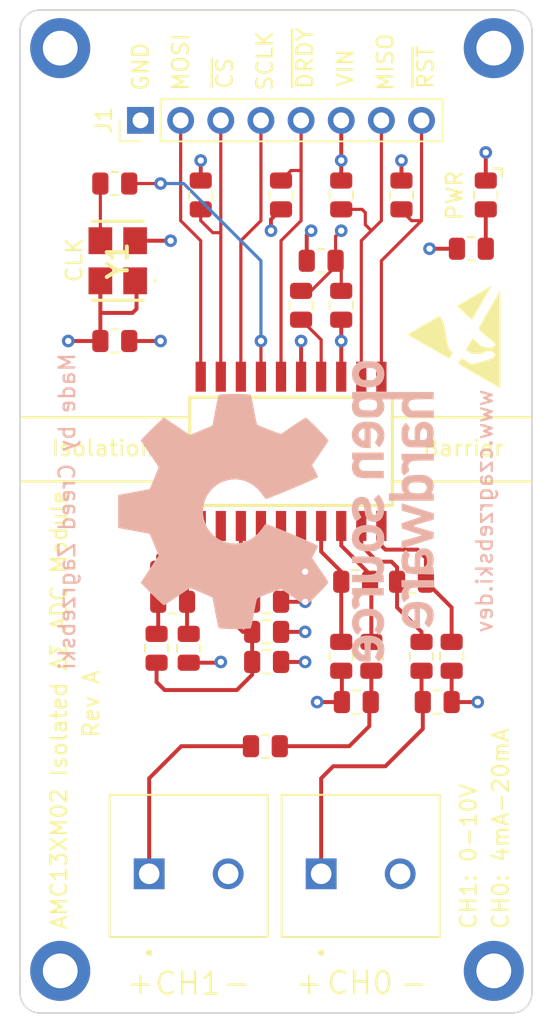
<source format=kicad_pcb>
(kicad_pcb (version 20221018) (generator pcbnew)
  (title_block (title "IIoT Industrial Sensor Hub") (rev "1.0") (company "Creed Zagrzebski"))
  (layers (0 "F.Cu" signal) (1 "In1.Cu" power) (2 "In2.Cu" power) (31 "B.Cu" signal) (34 "B.Paste" user) (35 "F.Paste" user) (36 "B.SilkS" user "B.Silkscreen") (37 "F.SilkS" user "F.Silkscreen") (38 "B.Mask" user) (39 "F.Mask" user) (44 "Edge.Cuts" user))
  (net 0 "")
  (net 1 "DVDD")
  (net 2 "DGND")
  (net 3 "DCDC_OUT")
  (net 4 "DCDC_HGND")
  (net 5 "HLDO_IN")
  (net 6 "HGND")
  (net 7 "HLDO_OUT")
  (net 8 "AIN0P")
  (net 9 "AIN0N")
  (net 10 "AIN1P")
  (net 11 "AIN1N")
  (net 12 "DCDC_CAP")
  (net 14 "~{SYNC}{slash}~{RESET}")
  (net 15 "DOUT")
  (net 16 "~{DRDY}")
  (net 17 "CLK")
  (net 18 "SCLK")
  (net 19 "~{CS_MCU}")
  (net 20 "DIN")
  (net 21 "CHANNEL0")
  (net 22 "CHANNEL1")
  (net 23 "Net-(R6-Pad1)")
  (net 24 "Net-(Y1-_CLOCK_OUTPUT)")
  (net 25 "Net-(D1-A)")
  (footprint "" (layer "F.Cu") (at 174.752 112.268)
    (fp_text reference "" (at 0 0) (layer "F.SilkS") (effects (font (size 1.27 1.27))))
    (fp_text value "" (at 0 0) (layer "F.SilkS") (effects (font (size 1.27 1.27))))
    (pad "1" thru_hole circle (at 0 0) (size 3.8 3.8) (drill 2.2) (layers "*.Cu" "*.Mask"))
  )
  (footprint "Resistor_SMD:R_0805_2012Metric" (layer "F.Cu") (at 170.18 92.3525 90)
    (fp_text reference "R3" hide)
    (fp_text value "49.9Ω" hide)
    (pad "1" smd roundrect (at -0.9125 0 90) (size 1.025 1.4) (layers "F.Cu" "F.Paste" "F.Mask") (roundrect_rratio 0.243902439) (net 21 "CHANNEL0"))
    (pad "2" smd roundrect (at 0.9125 0 90) (size 1.025 1.4) (layers "F.Cu" "F.Paste" "F.Mask") (roundrect_rratio 0.243902439) (net 8 "AIN0P"))
  )
  (footprint "Resistor_SMD:R_0805_2012Metric" (layer "F.Cu") (at 160.3775 86.995)
    (fp_text reference "C8" hide)
    (fp_text value "1nF" hide)
    (pad "1" smd roundrect (at -0.9125 0) (size 1.025 1.4) (layers "F.Cu" "F.Paste" "F.Mask") (roundrect_rratio 0.243902439) (net 7 "HLDO_OUT"))
    (pad "2" smd roundrect (at 0.9125 0) (size 1.025 1.4) (layers "F.Cu" "F.Paste" "F.Mask") (roundrect_rratio 0.243902439) (net 6 "HGND"))
  )
  (footprint "Resistor_SMD:R_0805_2012Metric" (layer "F.Cu") (at 160.3775 92.71)
    (fp_text reference "C5" hide)
    (fp_text value "100nF" hide)
    (pad "1" smd roundrect (at -0.9125 0) (size 1.025 1.4) (layers "F.Cu" "F.Paste" "F.Mask") (roundrect_rratio 0.243902439) (net 5 "HLDO_IN"))
    (pad "2" smd roundrect (at 0.9125 0) (size 1.025 1.4) (layers "F.Cu" "F.Paste" "F.Mask") (roundrect_rratio 0.243902439) (net 6 "HGND"))
  )
  (footprint "Resistor_SMD:R_0805_2012Metric" (layer "F.Cu") (at 160.3775 90.805)
    (fp_text reference "C6" hide)
    (fp_text value "1nF" hide)
    (pad "1" smd roundrect (at -0.9125 0) (size 1.025 1.4) (layers "F.Cu" "F.Paste" "F.Mask") (roundrect_rratio 0.243902439) (net 5 "HLDO_IN"))
    (pad "2" smd roundrect (at 0.9125 0) (size 1.025 1.4) (layers "F.Cu" "F.Paste" "F.Mask") (roundrect_rratio 0.243902439) (net 6 "HGND"))
  )
  (footprint "Custom:AMC130M02DFMR" (layer "F.Cu") (at 161.925 79.375 90)
    (fp_text reference "IC1" (at 0 0 90) (layer "F.SilkS") (effects (font (size 1.27 1.27) (thickness 0.254))))
    (fp_text value "AMC130M02DFMR" hide)
    (pad "1" smd rect locked (at -4.725 -5.715 180) (size 0.65 1.9) (layers "F.Cu" "F.Paste" "F.Mask") (net 3 "DCDC_OUT"))
    (pad "2" smd rect locked (at -4.725 -4.445 180) (size 0.65 1.9) (layers "F.Cu" "F.Paste" "F.Mask") (net 4 "DCDC_HGND"))
    (pad "3" smd rect locked (at -4.725 -3.175 180) (size 0.65 1.9) (layers "F.Cu" "F.Paste" "F.Mask") (net 5 "HLDO_IN"))
    (pad "4" smd rect locked (at -4.725 -1.905 180) (size 0.65 1.9) (layers "F.Cu" "F.Paste" "F.Mask") (net 7 "HLDO_OUT"))
    (pad "5" smd rect locked (at -4.725 -0.635 180) (size 0.65 1.9) (layers "F.Cu" "F.Paste" "F.Mask") (net 6 "HGND"))
    (pad "6" smd rect locked (at -4.725 0.635 180) (size 0.65 1.9) (layers "F.Cu" "F.Paste" "F.Mask"))
    (pad "7" smd rect locked (at -4.725 1.905 180) (size 0.65 1.9) (layers "F.Cu" "F.Paste" "F.Mask") (net 11 "AIN1N"))
    (pad "8" smd rect locked (at -4.725 3.175 180) (size 0.65 1.9) (layers "F.Cu" "F.Paste" "F.Mask") (net 10 "AIN1P"))
    (pad "9" smd rect locked (at -4.725 4.445 180) (size 0.65 1.9) (layers "F.Cu" "F.Paste" "F.Mask") (net 8 "AIN0P"))
    (pad "10" smd rect locked (at -4.725 5.715 180) (size 0.65 1.9) (layers "F.Cu" "F.Paste" "F.Mask") (net 9 "AIN0N"))
    (pad "11" smd rect locked (at 4.725 5.715 180) (size 0.65 1.9) (layers "F.Cu" "F.Paste" "F.Mask") (net 14 "~{SYNC}{slash}~{RESET}"))
    (pad "12" smd rect locked (at 4.725 4.445 180) (size 0.65 1.9) (layers "F.Cu" "F.Paste" "F.Mask") (net 15 "DOUT"))
    (pad "13" smd rect locked (at 4.725 3.175 180) (size 0.65 1.9) (layers "F.Cu" "F.Paste" "F.Mask") (net 1 "DVDD"))
    (pad "14" smd rect locked (at 4.725 1.905 180) (size 0.65 1.9) (layers "F.Cu" "F.Paste" "F.Mask") (net 12 "DCDC_CAP"))
    (pad "15" smd rect locked (at 4.725 0.635 180) (size 0.65 1.9) (layers "F.Cu" "F.Paste" "F.Mask") (net 2 "DGND"))
    (pad "16" smd rect locked (at 4.725 -0.635 180) (size 0.65 1.9) (layers "F.Cu" "F.Paste" "F.Mask") (net 16 "~{DRDY}"))
    (pad "17" smd rect locked (at 4.725 -1.905 180) (size 0.65 1.9) (layers "F.Cu" "F.Paste" "F.Mask") (net 17 "CLK"))
    (pad "18" smd rect locked (at 4.725 -3.175 180) (size 0.65 1.9) (layers "F.Cu" "F.Paste" "F.Mask") (net 18 "SCLK"))
    (pad "19" smd rect locked (at 4.725 -4.445 180) (size 0.65 1.9) (layers "F.Cu" "F.Paste" "F.Mask") (net 19 "~{CS_MCU}"))
    (pad "20" smd rect locked (at 4.725 -5.715 180) (size 0.65 1.9) (layers "F.Cu" "F.Paste" "F.Mask") (net 20 "DIN"))
  )
  (footprint "Resistor_SMD:R_0805_2012Metric" (layer "F.Cu") (at 174.244 63.1425 -90)
    (fp_text reference "D1" hide)
    (fp_text value "LED" hide)
    (pad "1" smd roundrect (at -0.9125 0 270) (size 1.025 1.4) (layers "F.Cu" "F.Paste" "F.Mask") (roundrect_rratio 0.243902439) (net 2 "DGND"))
    (pad "2" smd roundrect (at 0.9125 0 270) (size 1.025 1.4) (layers "F.Cu" "F.Paste" "F.Mask") (roundrect_rratio 0.243902439) (net 25 "Net-(D1-A)"))
  )
  (footprint "Custom:CUI_TB001-500-02BE" (layer "F.Cu") (at 163.83 106.1225)
    (fp_text reference "J4" hide)
    (fp_text value "CH0" (at 2.46 6.9075) (layer "F.SilkS") (effects (font (size 1.4 1.4))))
    (pad "1" thru_hole rect locked (at 0 0) (size 1.95 1.95) (drill 1.3) (layers "*.Cu" "*.Mask") (net 21 "CHANNEL0"))
    (pad "2" thru_hole circle locked (at 5 0) (size 1.95 1.95) (drill 1.3) (layers "*.Cu" "*.Mask") (net 6 "HGND"))
  )
  (footprint "Resistor_SMD:R_0805_2012Metric" (layer "F.Cu") (at 165.1 63.1425 -90)
    (fp_text reference "R10" hide)
    (fp_text value "100kΩ" hide)
    (pad "1" smd roundrect (at -0.9125 0 270) (size 1.025 1.4) (layers "F.Cu" "F.Paste" "F.Mask") (roundrect_rratio 0.243902439) (net 1 "DVDD"))
    (pad "2" smd roundrect (at 0.9125 0 270) (size 1.025 1.4) (layers "F.Cu" "F.Paste" "F.Mask") (roundrect_rratio 0.243902439) (net 15 "DOUT"))
  )
  (footprint "Resistor_SMD:R_0805_2012Metric" (layer "F.Cu") (at 166.0125 87.63 180)
    (fp_text reference "C10" hide)
    (fp_text value "4.7nF" hide)
    (pad "1" smd roundrect (at -0.9125 0 180) (size 1.025 1.4) (layers "F.Cu" "F.Paste" "F.Mask") (roundrect_rratio 0.243902439) (net 10 "AIN1P"))
    (pad "2" smd roundrect (at 0.9125 0 180) (size 1.025 1.4) (layers "F.Cu" "F.Paste" "F.Mask") (roundrect_rratio 0.243902439) (net 11 "AIN1N"))
  )
  (footprint "Resistor_SMD:R_0805_2012Metric" (layer "F.Cu") (at 161.29 63.1425 90)
    (fp_text reference "R11" hide)
    (fp_text value "100kΩ" hide)
    (pad "1" smd roundrect (at -0.9125 0 90) (size 1.025 1.4) (layers "F.Cu" "F.Paste" "F.Mask") (roundrect_rratio 0.243902439) (net 1 "DVDD"))
    (pad "2" smd roundrect (at 0.9125 0 90) (size 1.025 1.4) (layers "F.Cu" "F.Paste" "F.Mask") (roundrect_rratio 0.243902439) (net 16 "~{DRDY}"))
  )
  (footprint "" (layer "F.Cu") (at 174.752 53.848)
    (fp_text reference "" (at 0 0) (layer "F.SilkS") (effects (font (size 1.27 1.27))))
    (fp_text value "" (at 0 0) (layer "F.SilkS") (effects (font (size 1.27 1.27))))
    (pad "1" thru_hole circle (at 0 0) (size 3.8 3.8) (drill 2.2) (layers "*.Cu" "*.Mask") (net 2 "DGND"))
  )
  (footprint "Custom:CUI_TB001-500-02BE" (layer "F.Cu") (at 152.948 106.1225)
    (fp_text reference "J5" hide)
    (fp_text value "CH1" (at 2.46 6.945) (layer "F.SilkS") (effects (font (size 1.4 1.4))))
    (pad "1" thru_hole rect locked (at 0 0) (size 1.95 1.95) (drill 1.3) (layers "*.Cu" "*.Mask") (net 22 "CHANNEL1"))
    (pad "2" thru_hole circle locked (at 5 0) (size 1.95 1.95) (drill 1.3) (layers "*.Cu" "*.Mask") (net 6 "HGND"))
  )
  (footprint "Resistor_SMD:R_0805_2012Metric" (layer "F.Cu") (at 155.448 91.8445 90)
    (fp_text reference "FB2" hide)
    (fp_text value "Ferrite" hide)
    (pad "1" smd roundrect locked (at -0.9125 0 90) (size 1.025 1.4) (layers "F.Cu" "F.Paste" "F.Mask") (roundrect_rratio 0.243902439) (net 6 "HGND"))
    (pad "2" smd roundrect locked (at 0.9125 0 90) (size 1.025 1.4) (layers "F.Cu" "F.Paste" "F.Mask") (roundrect_rratio 0.243902439) (net 4 "DCDC_HGND"))
  )
  (footprint "Resistor_SMD:R_0805_2012Metric" (layer "F.Cu") (at 167.005 92.3525 90)
    (fp_text reference "R6" hide)
    (fp_text value "49.9Ω" hide)
    (pad "1" smd roundrect locked (at -0.9125 0 90) (size 1.025 1.4) (layers "F.Cu" "F.Paste" "F.Mask") (roundrect_rratio 0.243902439) (net 23 "Net-(R6-Pad1)"))
    (pad "2" smd roundrect locked (at 0.9125 0 90) (size 1.025 1.4) (layers "F.Cu" "F.Paste" "F.Mask") (roundrect_rratio 0.243902439) (net 10 "AIN1P"))
  )
  (footprint "Resistor_SMD:R_0805_2012Metric" (layer "F.Cu") (at 160.3775 88.9)
    (fp_text reference "C7" hide)
    (fp_text value "100nF" hide)
    (pad "1" smd roundrect (at -0.9125 0) (size 1.025 1.4) (layers "F.Cu" "F.Paste" "F.Mask") (roundrect_rratio 0.243902439) (net 7 "HLDO_OUT"))
    (pad "2" smd roundrect (at 0.9125 0) (size 1.025 1.4) (layers "F.Cu" "F.Paste" "F.Mask") (roundrect_rratio 0.243902439) (net 6 "HGND"))
  )
  (footprint "Resistor_SMD:R_0805_2012Metric" (layer "F.Cu") (at 154.432 88.9)
    (fp_text reference "C3" hide)
    (fp_text value "1µF" hide)
    (pad "1" smd roundrect (at -0.9125 0) (size 1.025 1.4) (layers "F.Cu" "F.Paste" "F.Mask") (roundrect_rratio 0.243902439) (net 3 "DCDC_OUT"))
    (pad "2" smd roundrect (at 0.9125 0) (size 1.025 1.4) (layers "F.Cu" "F.Paste" "F.Mask") (roundrect_rratio 0.243902439) (net 4 "DCDC_HGND"))
  )
  (footprint "Resistor_SMD:R_0805_2012Metric" (layer "F.Cu") (at 162.56 70.1275 -90)
    (fp_text reference "C11" hide)
    (fp_text value "100nF" hide)
    (pad "1" smd roundrect (at -0.9125 0 270) (size 1.025 1.4) (layers "F.Cu" "F.Paste" "F.Mask") (roundrect_rratio 0.243902439) (net 2 "DGND"))
    (pad "2" smd roundrect (at 0.9125 0 270) (size 1.025 1.4) (layers "F.Cu" "F.Paste" "F.Mask") (roundrect_rratio 0.243902439) (net 12 "DCDC_CAP"))
  )
  (footprint "Resistor_SMD:R_0805_2012Metric" (layer "F.Cu") (at 150.7725 62.420363)
    (fp_text reference "R12" hide)
    (fp_text value "33Ω" hide)
    (pad "1" smd roundrect (at -0.9125 0) (size 1.025 1.4) (layers "F.Cu" "F.Paste" "F.Mask") (roundrect_rratio 0.243902439) (net 24 "Net-(Y1-_CLOCK_OUTPUT)"))
    (pad "2" smd roundrect (at 0.9125 0) (size 1.025 1.4) (layers "F.Cu" "F.Paste" "F.Mask") (roundrect_rratio 0.243902439) (net 17 "CLK"))
  )
  (footprint "Symbol:ESD-Logo_6.6x6mm_SilkScreen" (layer "F.Cu") (at 172.212 72.136 90)
    (fp_text reference "REF**" hide)
    (fp_text value "ESD-Logo_6.6x6mm_SilkScreen" hide)
  )
  (footprint "" (layer "F.Cu") (at 147.32 112.268)
    (fp_text reference "" (at 0 0) (layer "F.SilkS") (effects (font (size 1.27 1.27))))
    (fp_text value "" (at 0 0) (layer "F.SilkS") (effects (font (size 1.27 1.27))))
    (pad "1" thru_hole circle (at 0 0) (size 3.8 3.8) (drill 2.2) (layers "*.Cu" "*.Mask"))
  )
  (footprint "MountingHole:MountingHole_2.2mm_M2_DIN965_Pad" (layer "F.Cu") (at 147.32 53.848)
    (fp_text reference "REF**" hide)
    (fp_text value "MountingHole_2.2mm_M2_DIN965_Pad" hide)
    (pad "1" thru_hole circle (at 0 0) (size 3.8 3.8) (drill 2.2) (layers "*.Cu" "*.Mask") (net 2 "DGND"))
  )
  (footprint "Connector_PinHeader_2.54mm:PinHeader_1x08_P2.54mm_Vertical" (layer "F.Cu") (at 152.4 58.42 90)
    (fp_text reference "J1" (at 0 -2.33 90) (layer "F.SilkS"))
    (fp_text value "MCU Input" hide)
    (pad "1" thru_hole rect locked (at 0 0 90) (size 1.7 1.7) (drill 1) (layers "*.Cu" "*.Mask") (net 2 "DGND"))
    (pad "2" thru_hole oval locked (at 0 2.54 90) (size 1.7 1.7) (drill 1) (layers "*.Cu" "*.Mask") (net 20 "DIN"))
    (pad "3" thru_hole oval locked (at 0 5.08 90) (size 1.7 1.7) (drill 1) (layers "*.Cu" "*.Mask") (net 19 "~{CS_MCU}"))
    (pad "4" thru_hole oval locked (at 0 7.62 90) (size 1.7 1.7) (drill 1) (layers "*.Cu" "*.Mask") (net 18 "SCLK"))
    (pad "5" thru_hole oval locked (at 0 10.16 90) (size 1.7 1.7) (drill 1) (layers "*.Cu" "*.Mask") (net 16 "~{DRDY}"))
    (pad "6" thru_hole oval locked (at 0 12.7 90) (size 1.7 1.7) (drill 1) (layers "*.Cu" "*.Mask") (net 1 "DVDD"))
    (pad "7" thru_hole oval locked (at 0 15.24 90) (size 1.7 1.7) (drill 1) (layers "*.Cu" "*.Mask") (net 15 "DOUT"))
    (pad "8" thru_hole oval locked (at 0 17.78 90) (size 1.7 1.7) (drill 1) (layers "*.Cu" "*.Mask") (net 14 "~{SYNC}{slash}~{RESET}"))
  )
  (footprint "Resistor_SMD:R_0805_2012Metric" (layer "F.Cu") (at 169.545 87.63)
    (fp_text reference "C9" hide)
    (fp_text value "4.7nF" hide)
    (pad "1" smd roundrect locked (at -0.9125 0) (size 1.025 1.4) (layers "F.Cu" "F.Paste" "F.Mask") (roundrect_rratio 0.243902439) (net 8 "AIN0P"))
    (pad "2" smd roundrect locked (at 0.9125 0) (size 1.025 1.4) (layers "F.Cu" "F.Paste" "F.Mask") (roundrect_rratio 0.243902439) (net 9 "AIN0N"))
  )
  (footprint "Resistor_SMD:R_0805_2012Metric" (layer "F.Cu") (at 165.1 92.3525 90)
    (fp_text reference "R5" hide)
    (fp_text value "49.9Ω" hide)
    (pad "1" smd roundrect locked (at -0.9125 0 90) (size 1.025 1.4) (layers "F.Cu" "F.Paste" "F.Mask") (roundrect_rratio 0.243902439) (net 6 "HGND"))
    (pad "2" smd roundrect locked (at 0.9125 0 90) (size 1.025 1.4) (layers "F.Cu" "F.Paste" "F.Mask") (roundrect_rratio 0.243902439) (net 11 "AIN1N"))
  )
  (footprint "Resistor_SMD:R_0805_2012Metric" (layer "F.Cu") (at 150.7725 72.39)
    (fp_text reference "C12" hide)
    (fp_text value "100nF" hide)
    (pad "1" smd roundrect (at -0.9125 0) (size 1.025 1.4) (layers "F.Cu" "F.Paste" "F.Mask") (roundrect_rratio 0.243902439) (net 1 "DVDD"))
    (pad "2" smd roundrect (at 0.9125 0) (size 1.025 1.4) (layers "F.Cu" "F.Paste" "F.Mask") (roundrect_rratio 0.243902439) (net 2 "DGND"))
  )
  (footprint "Resistor_SMD:R_0805_2012Metric" (layer "F.Cu") (at 163.83 67.31)
    (fp_text reference "C2" hide)
    (fp_text value "1µF" hide)
    (pad "1" smd roundrect (at -0.9125 0) (size 1.025 1.4) (layers "F.Cu" "F.Paste" "F.Mask") (roundrect_rratio 0.243902439) (net 1 "DVDD"))
    (pad "2" smd roundrect (at 0.9125 0) (size 1.025 1.4) (layers "F.Cu" "F.Paste" "F.Mask") (roundrect_rratio 0.243902439) (net 2 "DGND"))
  )
  (footprint "Resistor_SMD:R_0805_2012Metric" (layer "F.Cu") (at 168.91 63.1425 -90)
    (fp_text reference "R1" hide)
    (fp_text value "100kΩ" hide)
    (pad "1" smd roundrect locked (at -0.9125 0 270) (size 1.025 1.4) (layers "F.Cu" "F.Paste" "F.Mask") (roundrect_rratio 0.243902439) (net 1 "DVDD"))
    (pad "2" smd roundrect locked (at 0.9125 0 270) (size 1.025 1.4) (layers "F.Cu" "F.Paste" "F.Mask") (roundrect_rratio 0.243902439) (net 14 "~{SYNC}{slash}~{RESET}"))
  )
  (footprint "Resistor_SMD:R_0805_2012Metric" (layer "F.Cu") (at 166.0525 95.25 180)
    (fp_text reference "R7" hide)
    (fp_text value "619Ω" hide)
    (pad "1" smd roundrect (at -0.9125 0 180) (size 1.025 1.4) (layers "F.Cu" "F.Paste" "F.Mask") (roundrect_rratio 0.243902439) (net 23 "Net-(R6-Pad1)"))
    (pad "2" smd roundrect (at 0.9125 0 180) (size 1.025 1.4) (layers "F.Cu" "F.Paste" "F.Mask") (roundrect_rratio 0.243902439) (net 6 "HGND"))
  )
  (footprint "Resistor_SMD:R_0805_2012Metric" (layer "F.Cu") (at 153.416 91.8445 90)
    (fp_text reference "FB1" hide)
    (fp_text value "Ferrite" hide)
    (pad "1" smd roundrect locked (at -0.9125 0 90) (size 1.025 1.4) (layers "F.Cu" "F.Paste" "F.Mask") (roundrect_rratio 0.243902439) (net 5 "HLDO_IN"))
    (pad "2" smd roundrect locked (at 0.9125 0 90) (size 1.025 1.4) (layers "F.Cu" "F.Paste" "F.Mask") (roundrect_rratio 0.243902439) (net 3 "DCDC_OUT"))
  )
  (footprint "Resistor_SMD:R_0805_2012Metric" (layer "F.Cu") (at 160.2975 98.044 180)
    (fp_text reference "R8" hide)
    (fp_text value "10kΩ" hide)
    (pad "1" smd roundrect (at -0.9125 0 180) (size 1.025 1.4) (layers "F.Cu" "F.Paste" "F.Mask") (roundrect_rratio 0.243902439) (net 23 "Net-(R6-Pad1)"))
    (pad "2" smd roundrect (at 0.9125 0 180) (size 1.025 1.4) (layers "F.Cu" "F.Paste" "F.Mask") (roundrect_rratio 0.243902439) (net 22 "CHANNEL1"))
  )
  (footprint "Resistor_SMD:R_0805_2012Metric" (layer "F.Cu") (at 172.085 92.3525 90)
    (fp_text reference "R2" hide)
    (fp_text value "49.9Ω" hide)
    (pad "1" smd roundrect (at -0.9125 0 90) (size 1.025 1.4) (layers "F.Cu" "F.Paste" "F.Mask") (roundrect_rratio 0.243902439) (net 6 "HGND"))
    (pad "2" smd roundrect (at 0.9125 0 90) (size 1.025 1.4) (layers "F.Cu" "F.Paste" "F.Mask") (roundrect_rratio 0.243902439) (net 9 "AIN0N"))
  )
  (footprint "Resistor_SMD:R_0805_2012Metric" (layer "F.Cu") (at 165.1 70.1275 90)
    (fp_text reference "C1" hide)
    (fp_text value "1nF" hide)
    (pad "1" smd roundrect (at -0.9125 0 90) (size 1.025 1.4) (layers "F.Cu" "F.Paste" "F.Mask") (roundrect_rratio 0.243902439) (net 1 "DVDD"))
    (pad "2" smd roundrect (at 0.9125 0 90) (size 1.025 1.4) (layers "F.Cu" "F.Paste" "F.Mask") (roundrect_rratio 0.243902439) (net 2 "DGND"))
  )
  (footprint "Resistor_SMD:R_0805_2012Metric" (layer "F.Cu") (at 154.432 86.995)
    (fp_text reference "C4" hide)
    (fp_text value "1nF" hide)
    (pad "1" smd roundrect (at -0.9125 0) (size 1.025 1.4) (layers "F.Cu" "F.Paste" "F.Mask") (roundrect_rratio 0.243902439) (net 3 "DCDC_OUT"))
    (pad "2" smd roundrect (at 0.9125 0) (size 1.025 1.4) (layers "F.Cu" "F.Paste" "F.Mask") (roundrect_rratio 0.243902439) (net 4 "DCDC_HGND"))
  )
  (footprint "Resistor_SMD:R_0805_2012Metric" (layer "F.Cu") (at 173.3315 66.548)
    (fp_text reference "R13" hide)
    (fp_text value "68Ω" hide)
    (pad "1" smd roundrect (at -0.9125 0) (size 1.025 1.4) (layers "F.Cu" "F.Paste" "F.Mask") (roundrect_rratio 0.243902439) (net 1 "DVDD"))
    (pad "2" smd roundrect (at 0.9125 0) (size 1.025 1.4) (layers "F.Cu" "F.Paste" "F.Mask") (roundrect_rratio 0.243902439) (net 25 "Net-(D1-A)"))
  )
  (footprint "Custom:FD0810004" (layer "F.Cu") (at 150.96 67.31 90)
    (fp_text reference "Y1" (at 0 0 90) (layer "F.SilkS") (effects (font (size 1.27 1.27) (thickness 0.254))))
    (fp_text value "FD0810004" hide)
    (pad "1" smd rect locked (at -1.27 1.1 180) (size 1.5 1.7) (layers "F.Cu" "F.Paste" "F.Mask") (net 1 "DVDD"))
    (pad "2" smd rect locked (at 1.27 1.1 180) (size 1.5 1.7) (layers "F.Cu" "F.Paste" "F.Mask") (net 2 "DGND"))
    (pad "3" smd rect locked (at 1.27 -1.1 180) (size 1.5 1.7) (layers "F.Cu" "F.Paste" "F.Mask") (net 24 "Net-(Y1-_CLOCK_OUTPUT)"))
    (pad "4" smd rect locked (at -1.27 -1.1 180) (size 1.5 1.7) (layers "F.Cu" "F.Paste" "F.Mask") (net 1 "DVDD"))
  )
  (footprint "Resistor_SMD:R_0805_2012Metric" (layer "F.Cu") (at 156.21 63.1425 -90)
    (fp_text reference "R9" hide)
    (fp_text value "100kΩ" hide)
    (pad "1" smd roundrect (at -0.9125 0 270) (size 1.025 1.4) (layers "F.Cu" "F.Paste" "F.Mask") (roundrect_rratio 0.243902439) (net 1 "DVDD"))
    (pad "2" smd roundrect (at 0.9125 0 270) (size 1.025 1.4) (layers "F.Cu" "F.Paste" "F.Mask") (roundrect_rratio 0.243902439) (net 19 "~{CS_MCU}"))
  )
  (footprint "Resistor_SMD:R_0805_2012Metric" (layer "F.Cu") (at 171.1725 95.25 180)
    (fp_text reference "R4" hide)
    (fp_text value "27Ω" hide)
    (pad "1" smd roundrect (at -0.9125 0 180) (size 1.025 1.4) (layers "F.Cu" "F.Paste" "F.Mask") (roundrect_rratio 0.243902439) (net 6 "HGND"))
    (pad "2" smd roundrect (at 0.9125 0 180) (size 1.025 1.4) (layers "F.Cu" "F.Paste" "F.Mask") (roundrect_rratio 0.243902439) (net 21 "CHANNEL0"))
  )
  (footprint "Symbol:OSHW-Logo_19x20mm_SilkScreen" (layer "B.Cu") (at 160.959914 83.162063 -90)
    (fp_text reference "REF**" hide)
    (fp_text value "OSHW-Logo_19x20mm_SilkScreen" hide)
  )
  (gr_line (start 175.26 61.468) (end 174.752 61.468) (stroke (width 0.15)) (layer "F.SilkS"))
  (gr_line (start 175.26 61.976) (end 175.26 61.468) (stroke (width 0.15)) (layer "F.SilkS"))
  (gr_line (start 155.575 77.216) (end 144.78 77.216) (stroke (width 0.15)) (layer "F.SilkS"))
  (gr_line (start 168.275 77.216) (end 177.165 77.216) (stroke (width 0.15)) (layer "F.SilkS"))
  (gr_line (start 144.78 81.28) (end 155.575 81.28) (stroke (width 0.15)) (layer "F.SilkS"))
  (gr_line (start 168.275 81.28) (end 177.165 81.28) (stroke (width 0.15)) (layer "F.SilkS"))
  (gr_arc (start 144.78 52.705) (mid 145.151974 51.806974) (end 146.05 51.435) (stroke (width 0.1)) (layer "Edge.Cuts"))
  (gr_line locked (start 144.78 113.665) (end 144.78 52.705) (stroke (width 0.1)) (layer "Edge.Cuts"))
  (gr_line locked (start 175.895 114.935) (end 146.05 114.935) (stroke (width 0.1)) (layer "Edge.Cuts"))
  (gr_arc (start 175.895 51.435) (mid 176.793026 51.806974) (end 177.165 52.705) (stroke (width 0.1)) (layer "Edge.Cuts"))
  (gr_arc (start 177.165 113.665) (mid 176.793026 114.563026) (end 175.895 114.935) (stroke (width 0.1)) (layer "Edge.Cuts"))
  (gr_arc (start 146.05 114.935) (mid 145.151974 114.563026) (end 144.78 113.665) (stroke (width 0.1)) (layer "Edge.Cuts"))
  (gr_line locked (start 177.165 52.705) (end 177.165 113.665) (stroke (width 0.1)) (layer "Edge.Cuts"))
  (gr_line locked (start 146.05 51.435) (end 175.895 51.435) (stroke (width 0.1)) (layer "Edge.Cuts"))
  (gr_text "www.czagrzebski.dev" (at 174.752 75.369524 90) (layer "B.SilkS") (effects (font (size 1 1)) (justify left bottom mirror)))
  (gr_text "Made by Creed Zagrzebski" (at 148.336 83.185 90) (layer "B.SilkS") (effects (font (size 1 1)) (justify bottom mirror)))
  (gr_text "+" (at 163.068 113.03) (layer "F.SilkS") (effects (font (size 1.4 1.4))))
  (gr_text "MISO" (at 167.894 56.642 90) (layer "F.SilkS") (effects (font (size 1 1)) (justify left)))
  (gr_text "Isolation" (at 146.685 79.756) (layer "F.SilkS") (effects (font (size 1 1)) (justify left bottom)))
  (gr_text "VIN" (at 165.354 56.388 90) (layer "F.SilkS") (effects (font (size 1 1)) (justify left)))
  (gr_text "CLK" (at 148.790211 68.770175 90) (layer "F.SilkS") (effects (font (size 1 1)) (justify left bottom)))
  (gr_text "-" (at 158.496 113.03) (layer "F.SilkS") (effects (font (size 1.4 1.4))))
  (gr_text "~{RST}" (at 170.434 56.515 90) (layer "F.SilkS") (effects (font (size 1 1)) (justify left)))
  (gr_text "~{DRDY}" (at 162.814 56.515 90) (layer "F.SilkS") (effects (font (size 1 1)) (justify left)))
  (gr_text "SCLK\n" (at 160.274 56.642 90) (layer "F.SilkS") (effects (font (size 1 1)) (justify left)))
  (gr_text locked "AMC13XM02 Isolated ΔΣ ADC Module " (at 147.828 109.728 90) (layer "F.SilkS") (effects (font (size 1 1)) (justify left bottom)))
  (gr_text "+" (at 152.4 113.03) (layer "F.SilkS") (effects (font (size 1.4 1.4))))
  (gr_text "CH1: 0-10V" (at 173.736 109.728 90) (layer "F.SilkS") (effects (font (size 1 1)) (justify left bottom)))
  (gr_text "PWR" (at 172.278595 63.172808 90) (layer "F.SilkS") (effects (font (size 1 1))))
  (gr_text "-" (at 169.672 113.03) (layer "F.SilkS") (effects (font (size 1.4 1.4))))
  (gr_text "GND" (at 152.4 56.642 90) (layer "F.SilkS") (effects (font (size 1 1)) (justify left)))
  (gr_text "Rev A" (at 149.86 97.585141 90) (layer "F.SilkS") (effects (font (size 1 1)) (justify left bottom)))
  (gr_text "CH0: 4mA-20mA" (at 175.768 109.728 90) (layer "F.SilkS") (effects (font (size 1 1)) (justify left bottom)))
  (gr_text "~{CS}" (at 157.734 56.515 90) (layer "F.SilkS") (effects (font (size 1 1)) (justify left)))
  (gr_text "Barrier" (at 170.18 79.756) (layer "F.SilkS") (effects (font (size 1 1)) (justify left bottom)))
  (gr_text "MOSI" (at 154.94 56.642 90) (layer "F.SilkS") (effects (font (size 1 1)) (justify left)))
  (segment (start 149.86 70.612) (end 149.86 68.58) (width 0.25) (layer "F.Cu") (net 1))
  (segment (start 160.655 65.405) (end 160.655 64.69) (width 0.25) (layer "F.Cu") (net 1))
  (segment (start 165.1 72.39) (end 165.1 74.65) (width 0.25) (layer "F.Cu") (net 1))
  (segment (start 152.146 68.666) (end 152.06 68.58) (width 0.25) (layer "F.Cu") (net 1))
  (segment (start 151.892 70.612) (end 152.146 70.358) (width 0.25) (layer "F.Cu") (net 1))
  (segment (start 149.86 70.612) (end 151.892 70.612) (width 0.25) (layer "F.Cu") (net 1))
  (segment (start 170.688 66.548) (end 172.419 66.548) (width 0.25) (layer "F.Cu") (net 1))
  (segment (start 149.86 72.2025) (end 150.0475 72.39) (width 0.25) (layer "F.Cu") (net 1))
  (segment (start 160.655 64.69) (end 161.29 64.055) (width 0.25) (layer "F.Cu") (net 1))
  (segment (start 162.9175 67.31) (end 162.9175 65.6825) (width 0.25) (layer "F.Cu") (net 1))
  (segment (start 165.1 71.04) (end 165.1 72.39) (width 0.25) (layer "F.Cu") (net 1))
  (segment (start 165.1 60.96) (end 165.1 62.23) (width 0.25) (layer "F.Cu") (net 1))
  (segment (start 162.9175 65.6825) (end 163.195 65.405) (width 0.25) (layer "F.Cu") (net 1))
  (segment (start 155.956 61.976) (end 156.21 62.23) (width 0.25) (layer "F.Cu") (net 1))
  (segment (start 149.86 70.612) (end 149.86 72.39) (width 0.25) (layer "F.Cu") (net 1))
  (segment (start 168.91 60.96) (end 168.91 62.23) (width 0.25) (layer "F.Cu") (net 1))
  (segment (start 156.21 60.96) (end 156.21 62.23) (width 0.25) (layer "F.Cu") (net 1))
  (segment (start 165.1 58.42) (end 165.1 60.96) (width 0.25) (layer "F.Cu") (net 1))
  (segment (start 152.146 70.358) (end 152.146 68.666) (width 0.25) (layer "F.Cu") (net 1))
  (segment (start 147.828 72.39) (end 150.0475 72.39) (width 0.25) (layer "F.Cu") (net 1))
  (via (at 165.1 72.39) (size 0.8) (drill 0.4) (layers "F.Cu" "B.Cu") (net 1))
  (via (at 168.91 60.96) (size 0.8) (drill 0.4) (layers "F.Cu" "B.Cu") (net 1))
  (via (at 163.195 65.405) (size 0.8) (drill 0.4) (layers "F.Cu" "B.Cu") (net 1))
  (via (at 147.828 72.39) (size 0.8) (drill 0.4) (layers "F.Cu" "B.Cu") (net 1))
  (via (at 160.655 65.405) (size 0.8) (drill 0.4) (layers "F.Cu" "B.Cu") (net 1))
  (via (at 170.688 66.548) (size 0.8) (drill 0.4) (layers "F.Cu" "B.Cu") (net 1))
  (via (at 156.21 60.96) (size 0.8) (drill 0.4) (layers "F.Cu" "B.Cu") (net 1))
  (via (at 165.1 60.96) (size 0.8) (drill 0.4) (layers "F.Cu" "B.Cu") (net 1))
  (segment (start 165.1 69.215) (end 165.1 67.6675) (width 0.2) (layer "F.Cu") (net 2))
  (segment (start 151.685 72.39) (end 153.67 72.39) (width 0.25) (layer "F.Cu") (net 2))
  (segment (start 162.56 69.215) (end 163.195 69.215) (width 0.2) (layer "F.Cu") (net 2))
  (segment (start 152.06 66.04) (end 154.305 66.04) (width 0.25) (layer "F.Cu") (net 2))
  (segment (start 162.56 72.39) (end 162.56 74.65) (width 0.25) (layer "F.Cu") (net 2))
  (segment (start 163.195 69.215) (end 164.7425 67.6675) (width 0.2) (layer "F.Cu") (net 2))
  (segment (start 174.244 62.23) (end 174.244 60.452) (width 0.25) (layer "F.Cu") (net 2))
  (segment (start 165.1 67.6675) (end 164.7425 67.31) (width 0.2) (layer "F.Cu") (net 2))
  (segment (start 164.7425 67.6675) (end 164.7425 67.31) (width 0.2) (layer "F.Cu") (net 2))
  (segment (start 165.1 65.405) (end 164.7425 65.7625) (width 0.2) (layer "F.Cu") (net 2))
  (segment (start 164.7425 65.7625) (end 164.7425 67.31) (width 0.2) (layer "F.Cu") (net 2))
  (via (at 154.305 66.04) (size 0.8) (drill 0.4) (layers "F.Cu" "B.Cu") (net 2))
  (via (at 165.1 65.405) (size 0.8) (drill 0.4) (layers "F.Cu" "B.Cu") (net 2))
  (via (at 162.56 72.39) (size 0.8) (drill 0.4) (layers "F.Cu" "B.Cu") (net 2))
  (via (at 153.67 72.39) (size 0.8) (drill 0.4) (layers "F.Cu" "B.Cu") (net 2))
  (via (at 174.244 60.452) (size 0.8) (drill 0.4) (layers "F.Cu" "B.Cu") (net 2))
  (segment (start 155.956 85.598) (end 156.21 85.344) (width 0.25) (layer "F.Cu") (net 3))
  (segment (start 153.5195 86.995) (end 153.5195 86.0025) (width 0.25) (layer "F.Cu") (net 3))
  (segment (start 153.5195 88.9) (end 153.5195 90.8285) (width 0.25) (layer "F.Cu") (net 3))
  (segment (start 153.5195 90.8285) (end 153.416 90.932) (width 0.25) (layer "F.Cu") (net 3))
  (segment (start 156.21 85.344) (end 156.21 84.1) (width 0.25) (layer "F.Cu") (net 3))
  (segment (start 153.5195 86.995) (end 153.5195 88.9) (width 0.25) (layer "F.Cu") (net 3))
  (segment (start 153.924 85.598) (end 155.956 85.598) (width 0.25) (layer "F.Cu") (net 3))
  (segment (start 153.5195 86.0025) (end 153.924 85.598) (width 0.25) (layer "F.Cu") (net 3))
  (segment (start 156.21 86.995) (end 155.3445 86.995) (width 0.25) (layer "F.Cu") (net 4))
  (segment (start 157.48 85.725) (end 156.21 86.995) (width 0.25) (layer "F.Cu") (net 4))
  (segment (start 155.3445 88.9) (end 155.3445 90.8285) (width 0.25) (layer "F.Cu") (net 4))
  (segment (start 157.48 85.725) (end 157.48 84.1) (width 0.25) (layer "F.Cu") (net 4))
  (segment (start 155.3445 90.8285) (end 155.448 90.932) (width 0.25) (layer "F.Cu") (net 4))
  (segment (start 155.3445 86.995) (end 155.3445 88.9) (width 0.25) (layer "F.Cu") (net 4))
  (segment (start 153.416 92.757) (end 153.416 93.98) (width 0.25) (layer "F.Cu") (net 5))
  (segment (start 159.465 90.805) (end 159.465 92.71) (width 0.25) (layer "F.Cu") (net 5))
  (segment (start 158.496 94.488) (end 159.465 93.519) (width 0.25) (layer "F.Cu") (net 5))
  (segment (start 158.75 85.725) (end 157.48 86.995) (width 0.25) (layer "F.Cu") (net 5))
  (segment (start 157.48 89.408) (end 158.877 90.805) (width 0.25) (layer "F.Cu") (net 5))
  (segment (start 158.877 90.805) (end 159.465 90.805) (width 0.25) (layer "F.Cu") (net 5))
  (segment (start 153.416 93.98) (end 153.924 94.488) (width 0.25) (layer "F.Cu") (net 5))
  (segment (start 153.924 94.488) (end 158.496 94.488) (width 0.25) (layer "F.Cu") (net 5))
  (segment (start 157.48 86.995) (end 157.48 89.408) (width 0.25) (layer "F.Cu") (net 5))
  (segment (start 159.465 93.519) (end 159.465 92.71) (width 0.25) (layer "F.Cu") (net 5))
  (segment (start 158.75 84.1) (end 158.75 85.725) (width 0.25) (layer "F.Cu") (net 5))
  (segment (start 161.29 90.805) (end 162.814 90.805) (width 0.25) (layer "F.Cu") (net 6))
  (segment (start 161.29 92.71) (end 162.814 92.71) (width 0.25) (layer "F.Cu") (net 6))
  (segment (start 165.14 95.25) (end 163.576 95.25) (width 0.25) (layer "F.Cu") (net 6))
  (segment (start 165.14 95.25) (end 165.14 93.305) (width 0.25) (layer "F.Cu") (net 6))
  (segment (start 165.14 93.305) (end 165.1 93.265) (width 0.25) (layer "F.Cu") (net 6))
  (segment (start 172.085 93.265) (end 172.085 95.25) (width 0.25) (layer "F.Cu") (net 6))
  (segment (start 172.085 95.25) (end 173.736 95.25) (width 0.25) (layer "F.Cu") (net 6))
  (segment (start 161.29 88.9) (end 162.814 88.9) (width 0.25) (layer "F.Cu") (net 6))
  (segment (start 157.433 92.757) (end 157.48 92.71) (width 0.25) (layer "F.Cu") (net 6))
  (segment (start 161.29 86.995) (end 161.29 84.1) (width 0.25) (layer "F.Cu") (net 6))
  (segment (start 155.448 92.757) (end 157.433 92.757) (width 0.25) (layer "F.Cu") (net 6))
  (segment (start 161.29 86.995) (end 162.814 86.995) (width 0.25) (layer "F.Cu") (net 6))
  (via (at 162.814 92.71) (size 0.8) (drill 0.4) (layers "F.Cu" "B.Cu") (net 6))
  (via (at 162.814 86.995) (size 0.8) (drill 0.4) (layers "F.Cu" "B.Cu") (net 6))
  (via (at 173.736 95.25) (size 0.8) (drill 0.4) (layers "F.Cu" "B.Cu") (net 6))
  (via (at 162.814 90.805) (size 0.8) (drill 0.4) (layers "F.Cu" "B.Cu") (net 6))
  (via (at 157.48 92.71) (size 0.8) (drill 0.4) (layers "F.Cu" "B.Cu") (net 6))
  (via (at 163.576 95.25) (size 0.8) (drill 0.4) (layers "F.Cu" "B.Cu") (net 6))
  (via (at 162.814 88.9) (size 0.8) (drill 0.4) (layers "F.Cu" "B.Cu") (net 6))
  (segment (start 159.465 86.995) (end 159.465 88.9) (width 0.25) (layer "F.Cu") (net 7))
  (segment (start 160.02 86.44) (end 159.465 86.995) (width 0.25) (layer "F.Cu") (net 7))
  (segment (start 160.02 84.1) (end 160.02 86.44) (width 0.25) (layer "F.Cu") (net 7))
  (segment (start 170.18 91.44) (end 170.18 90.805) (width 0.25) (layer "F.Cu") (net 8))
  (segment (start 168.275 86.36) (end 168.6325 86.7175) (width 0.25) (layer "F.Cu") (net 8))
  (segment (start 166.37 84.1) (end 166.37 85.344) (width 0.25) (layer "F.Cu") (net 8))
  (segment (start 170.18 90.805) (end 168.6325 89.2575) (width 0.25) (layer "F.Cu") (net 8))
  (segment (start 166.37 85.344) (end 167.386 86.36) (width 0.25) (layer "F.Cu") (net 8))
  (segment (start 167.386 86.36) (end 168.275 86.36) (width 0.25) (layer "F.Cu") (net 8))
  (segment (start 168.6325 86.7175) (end 168.6325 87.63) (width 0.25) (layer "F.Cu") (net 8))
  (segment (start 168.6325 89.2575) (end 168.6325 87.63) (width 0.25) (layer "F.Cu") (net 8))
  (segment (start 167.894 85.598) (end 167.64 85.344) (width 0.25) (layer "F.Cu") (net 9))
  (segment (start 170.4575 87.63) (end 170.4575 86.1295) (width 0.25) (layer "F.Cu") (net 9))
  (segment (start 169.926 85.598) (end 167.894 85.598) (width 0.25) (layer "F.Cu") (net 9))
  (segment (start 172.085 89.2575) (end 170.4575 87.63) (width 0.25) (layer "F.Cu") (net 9))
  (segment (start 172.085 91.44) (end 172.085 89.2575) (width 0.25) (layer "F.Cu") (net 9))
  (segment (start 170.4575 86.1295) (end 169.926 85.598) (width 0.25) (layer "F.Cu") (net 9))
  (segment (start 167.64 85.344) (end 167.64 84.1) (width 0.25) (layer "F.Cu") (net 9))
  (segment (start 165.1 85.344) (end 165.1 84.1) (width 0.25) (layer "F.Cu") (net 10))
  (segment (start 166.925 87.63) (end 166.925 87.169) (width 0.25) (layer "F.Cu") (net 10))
  (segment (start 166.925 87.169) (end 165.1 85.344) (width 0.25) (layer "F.Cu") (net 10))
  (segment (start 167.005 91.44) (end 167.005 87.71) (width 0.25) (layer "F.Cu") (net 10))
  (segment (start 167.005 87.71) (end 166.925 87.63) (width 0.25) (layer "F.Cu") (net 10))
  (segment (start 165.1 86.995) (end 163.83 85.725) (width 0.25) (layer "F.Cu") (net 11))
  (segment (start 165.1 87.63) (end 165.1 86.995) (width 0.25) (layer "F.Cu") (net 11))
  (segment (start 163.83 85.725) (end 163.83 84.1) (width 0.25) (layer "F.Cu") (net 11))
  (segment (start 165.1 91.44) (end 165.1 87.63) (width 0.25) (layer "F.Cu") (net 11))
  (segment (start 163.83 72.31) (end 163.83 74.65) (width 0.2) (layer "F.Cu") (net 12))
  (segment (start 162.56 71.04) (end 163.83 72.31) (width 0.2) (layer "F.Cu") (net 12))
  (segment (start 168.91 64.135) (end 169.545 64.77) (width 0.2) (layer "F.Cu") (net 14))
  (segment (start 169.545 64.77) (end 170.18 64.77) (width 0.2) (layer "F.Cu") (net 14))
  (segment (start 170.18 64.77) (end 167.64 67.31) (width 0.2) (layer "F.Cu") (net 14))
  (segment (start 170.18 58.42) (end 170.18 64.77) (width 0.2) (layer "F.Cu") (net 14))
  (segment (start 167.64 67.31) (end 167.64 74.015) (width 0.2) (layer "F.Cu") (net 14))
  (segment (start 165.1 64.055) (end 166.417 64.055) (width 0.2) (layer "F.Cu") (net 15))
  (segment (start 166.624 64.262) (end 166.624 65.024) (width 0.2) (layer "F.Cu") (net 15))
  (segment (start 166.417 64.055) (end 166.624 64.262) (width 0.2) (layer "F.Cu") (net 15))
  (segment (start 166.624 65.024) (end 167.005 65.405) (width 0.2) (layer "F.Cu") (net 15))
  (segment (start 167.64 58.42) (end 167.64 64.77) (width 0.2) (layer "F.Cu") (net 15))
  (segment (start 167.005 65.405) (end 166.37 66.04) (width 0.2) (layer "F.Cu") (net 15))
  (segment (start 166.37 66.04) (end 166.37 74.65) (width 0.2) (layer "F.Cu") (net 15))
  (segment (start 167.64 64.77) (end 167.005 65.405) (width 0.2) (layer "F.Cu") (net 15))
  (segment (start 161.29 66.04) (end 161.29 74.65) (width 0.2) (layer "F.Cu") (net 16))
  (segment (start 162.56 58.42) (end 162.56 61.595) (width 0.2) (layer "F.Cu") (net 16))
  (segment (start 161.925 61.595) (end 162.56 61.595) (width 0.2) (layer "F.Cu") (net 16))
  (segment (start 162.56 64.77) (end 161.29 66.04) (width 0.2) (layer "F.Cu") (net 16))
  (segment (start 161.29 62.23) (end 161.925 61.595) (width 0.2) (layer "F.Cu") (net 16))
  (segment (start 162.56 61.595) (end 162.56 64.77) (width 0.2) (layer "F.Cu") (net 16))
  (segment (start 151.685 62.420363) (end 153.67 62.420363) (width 0.2) (layer "F.Cu") (net 17))
  (segment (start 160.02 72.39) (end 160.02 74.65) (width 0.2) (layer "F.Cu") (net 17))
  (via (at 153.67 62.420363) (size 0.8) (drill 0.4) (layers "F.Cu" "B.Cu") (net 17))
  (via (at 160.02 72.39) (size 0.8) (drill 0.4) (layers "F.Cu" "B.Cu") (net 17))
  (segment (start 155.130363 62.420363) (end 160.02 67.31) (width 0.2) (layer "B.Cu") (net 17))
  (segment (start 153.67 62.420363) (end 155.130363 62.420363) (width 0.2) (layer "B.Cu") (net 17))
  (segment (start 160.02 67.31) (end 160.02 72.39) (width 0.2) (layer "B.Cu") (net 17))
  (segment (start 160.02 64.77) (end 158.75 66.04) (width 0.2) (layer "F.Cu") (net 18))
  (segment (start 160.02 58.42) (end 160.02 64.77) (width 0.2) (layer "F.Cu") (net 18))
  (segment (start 158.75 66.04) (end 158.75 74.65) (width 0.2) (layer "F.Cu") (net 18))
  (segment (start 156.21 64.055) (end 156.21 64.77) (width 0.2) (layer "F.Cu") (net 19))
  (segment (start 157.48 58.42) (end 157.48 65.532) (width 0.2) (layer "F.Cu") (net 19))
  (segment (start 157.48 65.532) (end 157.48 74.65) (width 0.2) (layer "F.Cu") (net 19))
  (segment (start 156.972 65.532) (end 157.48 65.532) (width 0.2) (layer "F.Cu") (net 19))
  (segment (start 156.21 64.77) (end 156.972 65.532) (width 0.2) (layer "F.Cu") (net 19))
  (segment (start 154.94 64.77) (end 154.94 58.42) (width 0.2) (layer "F.Cu") (net 20))
  (segment (start 156.21 74.65) (end 156.21 66.04) (width 0.2) (layer "F.Cu") (net 20))
  (segment (start 156.21 66.04) (end 154.94 64.77) (width 0.2) (layer "F.Cu") (net 20))
  (segment (start 163.83 100.076) (end 163.83 106.1225) (width 0.25) (layer "F.Cu") (net 21))
  (segment (start 170.26 95.25) (end 170.26 96.948) (width 0.25) (layer "F.Cu") (net 21))
  (segment (start 170.18 93.265) (end 170.18 95.17) (width 0.25) (layer "F.Cu") (net 21))
  (segment (start 164.592 99.314) (end 163.83 100.076) (width 0.25) (layer "F.Cu") (net 21))
  (segment (start 170.18 95.17) (end 170.26 95.25) (width 0.25) (layer "F.Cu") (net 21))
  (segment (start 170.26 96.948) (end 167.894 99.314) (width 0.25) (layer "F.Cu") (net 21))
  (segment (start 167.894 99.314) (end 164.592 99.314) (width 0.25) (layer "F.Cu") (net 21))
  (segment (start 154.98 98.044) (end 159.385 98.044) (width 0.25) (layer "F.Cu") (net 22))
  (segment (start 152.948 100.076) (end 154.98 98.044) (width 0.25) (layer "F.Cu") (net 22))
  (segment (start 152.948 100.076) (end 152.948 106.1225) (width 0.25) (layer "F.Cu") (net 22))
  (segment (start 167.005 93.265) (end 167.005 95.21) (width 0.25) (layer "F.Cu") (net 23))
  (segment (start 167.005 95.21) (end 166.965 95.25) (width 0.25) (layer "F.Cu") (net 23))
  (segment (start 166.878 95.337) (end 166.965 95.25) (width 0.25) (layer "F.Cu") (net 23))
  (segment (start 165.608 98.044) (end 161.21 98.044) (width 0.25) (layer "F.Cu") (net 23))
  (segment (start 166.878 96.774) (end 165.608 98.044) (width 0.25) (layer "F.Cu") (net 23))
  (segment (start 166.878 95.337) (end 166.878 96.774) (width 0.25) (layer "F.Cu") (net 23))
  (segment (start 150.0475 62.420363) (end 149.86 62.607863) (width 0.25) (layer "F.Cu") (net 24))
  (segment (start 149.86 62.420363) (end 149.86 66.04) (width 0.2) (layer "F.Cu") (net 24))
  (segment (start 174.244 66.548) (end 174.244 64.055) (width 0.25) (layer "F.Cu") (net 25))
)
</source>
